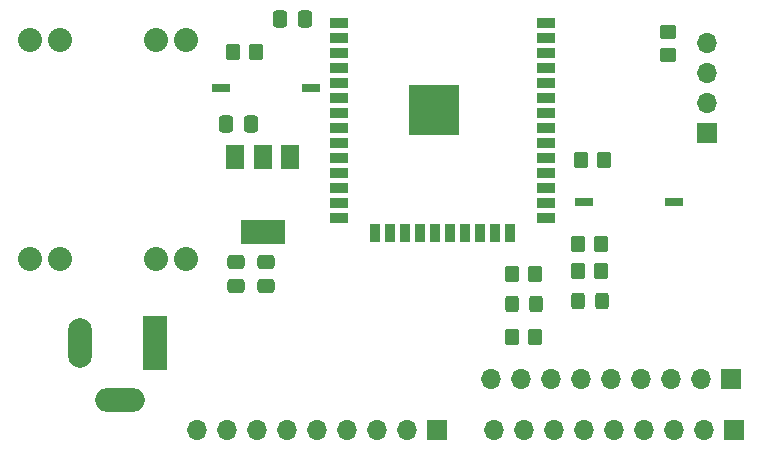
<source format=gbr>
%TF.GenerationSoftware,KiCad,Pcbnew,(7.0.0)*%
%TF.CreationDate,2023-04-20T18:18:11+02:00*%
%TF.ProjectId,PCB_uitlezen_gsm,5043425f-7569-4746-9c65-7a656e5f6773,rev?*%
%TF.SameCoordinates,Original*%
%TF.FileFunction,Soldermask,Top*%
%TF.FilePolarity,Negative*%
%FSLAX46Y46*%
G04 Gerber Fmt 4.6, Leading zero omitted, Abs format (unit mm)*
G04 Created by KiCad (PCBNEW (7.0.0)) date 2023-04-20 18:18:11*
%MOMM*%
%LPD*%
G01*
G04 APERTURE LIST*
G04 Aperture macros list*
%AMRoundRect*
0 Rectangle with rounded corners*
0 $1 Rounding radius*
0 $2 $3 $4 $5 $6 $7 $8 $9 X,Y pos of 4 corners*
0 Add a 4 corners polygon primitive as box body*
4,1,4,$2,$3,$4,$5,$6,$7,$8,$9,$2,$3,0*
0 Add four circle primitives for the rounded corners*
1,1,$1+$1,$2,$3*
1,1,$1+$1,$4,$5*
1,1,$1+$1,$6,$7*
1,1,$1+$1,$8,$9*
0 Add four rect primitives between the rounded corners*
20,1,$1+$1,$2,$3,$4,$5,0*
20,1,$1+$1,$4,$5,$6,$7,0*
20,1,$1+$1,$6,$7,$8,$9,0*
20,1,$1+$1,$8,$9,$2,$3,0*%
G04 Aperture macros list end*
%ADD10RoundRect,0.250000X0.350000X0.450000X-0.350000X0.450000X-0.350000X-0.450000X0.350000X-0.450000X0*%
%ADD11RoundRect,0.250000X-0.350000X-0.450000X0.350000X-0.450000X0.350000X0.450000X-0.350000X0.450000X0*%
%ADD12RoundRect,0.250000X0.325000X0.450000X-0.325000X0.450000X-0.325000X-0.450000X0.325000X-0.450000X0*%
%ADD13RoundRect,0.250000X0.337500X0.475000X-0.337500X0.475000X-0.337500X-0.475000X0.337500X-0.475000X0*%
%ADD14R,1.700000X1.700000*%
%ADD15O,1.700000X1.700000*%
%ADD16RoundRect,0.250000X-0.450000X0.350000X-0.450000X-0.350000X0.450000X-0.350000X0.450000X0.350000X0*%
%ADD17C,2.032000*%
%ADD18RoundRect,0.250000X-0.475000X0.337500X-0.475000X-0.337500X0.475000X-0.337500X0.475000X0.337500X0*%
%ADD19R,1.500000X2.000000*%
%ADD20R,3.800000X2.000000*%
%ADD21R,1.600000X0.760000*%
%ADD22R,2.000000X4.600000*%
%ADD23O,2.000000X4.200000*%
%ADD24O,4.200000X2.000000*%
%ADD25RoundRect,0.250000X0.475000X-0.337500X0.475000X0.337500X-0.475000X0.337500X-0.475000X-0.337500X0*%
%ADD26R,1.500000X0.900000*%
%ADD27R,0.900000X1.500000*%
%ADD28C,0.600000*%
%ADD29R,4.200000X4.200000*%
G04 APERTURE END LIST*
D10*
%TO.C,R7*%
X124190000Y-103886000D03*
X122190000Y-103886000D03*
%TD*%
%TO.C,R6*%
X130032000Y-88900000D03*
X128032000Y-88900000D03*
%TD*%
%TO.C,R3*%
X124190000Y-98552000D03*
X122190000Y-98552000D03*
%TD*%
D11*
%TO.C,R1*%
X98568000Y-79756000D03*
X100568000Y-79756000D03*
%TD*%
D12*
%TO.C,D1*%
X124215000Y-101092000D03*
X122165000Y-101092000D03*
%TD*%
D13*
%TO.C,C1*%
X104669500Y-76962000D03*
X102594500Y-76962000D03*
%TD*%
%TO.C,C2*%
X100097500Y-85852000D03*
X98022500Y-85852000D03*
%TD*%
D14*
%TO.C,SCHERM3*%
X115823999Y-111759999D03*
D15*
X113283999Y-111759999D03*
X110743999Y-111759999D03*
X108203999Y-111759999D03*
X105663999Y-111759999D03*
X103123999Y-111759999D03*
X100583999Y-111759999D03*
X98043999Y-111759999D03*
X95503999Y-111759999D03*
%TD*%
D16*
%TO.C,R5*%
X135382000Y-78010000D03*
X135382000Y-80010000D03*
%TD*%
D10*
%TO.C,R2*%
X129778000Y-96012000D03*
X127778000Y-96012000D03*
%TD*%
D17*
%TO.C,U2*%
X81407000Y-97250000D03*
X83947000Y-97250000D03*
X92075000Y-97250000D03*
X94615000Y-97250000D03*
X94615000Y-78708000D03*
X92075000Y-78708000D03*
X83947000Y-78708000D03*
X81407000Y-78708000D03*
%TD*%
D14*
%TO.C,SCHERM1*%
X140715999Y-107441999D03*
D15*
X138175999Y-107441999D03*
X135635999Y-107441999D03*
X133095999Y-107441999D03*
X130555999Y-107441999D03*
X128015999Y-107441999D03*
X125475999Y-107441999D03*
X122935999Y-107441999D03*
X120395999Y-107441999D03*
%TD*%
D14*
%TO.C,J1*%
X138683999Y-86603999D03*
D15*
X138683999Y-84063999D03*
X138683999Y-81523999D03*
X138683999Y-78983999D03*
%TD*%
D18*
%TO.C,C4*%
X98806000Y-97514500D03*
X98806000Y-99589500D03*
%TD*%
D10*
%TO.C,R4*%
X129778000Y-98298000D03*
X127778000Y-98298000D03*
%TD*%
D19*
%TO.C,U3*%
X103391999Y-88645999D03*
X101091999Y-88645999D03*
D20*
X101091999Y-94945999D03*
D19*
X98791999Y-88645999D03*
%TD*%
D21*
%TO.C,SW2*%
X128269999Y-92455999D03*
X135889999Y-92455999D03*
%TD*%
D22*
%TO.C,J2*%
X91947999Y-104393999D03*
D23*
X85647999Y-104393999D03*
D24*
X89047999Y-109193999D03*
%TD*%
D25*
%TO.C,C3*%
X101346000Y-99568000D03*
X101346000Y-97493000D03*
%TD*%
D26*
%TO.C,U1*%
X107559999Y-77309999D03*
X107559999Y-78579999D03*
X107559999Y-79849999D03*
X107559999Y-81119999D03*
X107559999Y-82389999D03*
X107559999Y-83659999D03*
X107559999Y-84929999D03*
X107559999Y-86199999D03*
X107559999Y-87469999D03*
X107559999Y-88739999D03*
X107559999Y-90009999D03*
X107559999Y-91279999D03*
X107559999Y-92549999D03*
X107559999Y-93819999D03*
D27*
X110599999Y-95069999D03*
X111869999Y-95069999D03*
X113139999Y-95069999D03*
X114409999Y-95069999D03*
X115679999Y-95069999D03*
X116949999Y-95069999D03*
X118219999Y-95069999D03*
X119489999Y-95069999D03*
X120759999Y-95069999D03*
X122029999Y-95069999D03*
D26*
X125059999Y-93819999D03*
X125059999Y-92549999D03*
X125059999Y-91279999D03*
X125059999Y-90009999D03*
X125059999Y-88739999D03*
X125059999Y-87469999D03*
X125059999Y-86199999D03*
X125059999Y-84929999D03*
X125059999Y-83659999D03*
X125059999Y-82389999D03*
X125059999Y-81119999D03*
X125059999Y-79849999D03*
X125059999Y-78579999D03*
X125059999Y-77309999D03*
D28*
X114105000Y-83887500D03*
X114105000Y-85412500D03*
X114867500Y-83125000D03*
X114867500Y-84650000D03*
X114867500Y-86175000D03*
X115630000Y-83887500D03*
D29*
X115629999Y-84649999D03*
D28*
X115630000Y-85412500D03*
X116392500Y-83125000D03*
X116392500Y-84650000D03*
X116392500Y-86175000D03*
X117155000Y-83887500D03*
X117155000Y-85412500D03*
%TD*%
D14*
%TO.C,SCHERM2*%
X140969999Y-111759999D03*
D15*
X138429999Y-111759999D03*
X135889999Y-111759999D03*
X133349999Y-111759999D03*
X130809999Y-111759999D03*
X128269999Y-111759999D03*
X125729999Y-111759999D03*
X123189999Y-111759999D03*
X120649999Y-111759999D03*
%TD*%
D12*
%TO.C,D2*%
X129803000Y-100838000D03*
X127753000Y-100838000D03*
%TD*%
D21*
%TO.C,SW1*%
X105155999Y-82803999D03*
X97535999Y-82803999D03*
%TD*%
M02*

</source>
